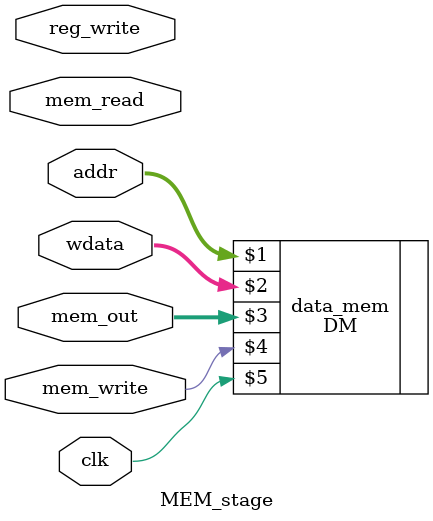
<source format=v>


module MEM_stage(addr, wdata, mem_write, mem_read, reg_write, mem_out, clk);
	
    input [31:0] addr, wdata;
	input clk, mem_write, mem_read;
	inout reg_write;
	
	inout [31:0] mem_out;
	
    DM data_mem(addr, wdata, mem_out, mem_write , clk);

	
endmodule
</source>
